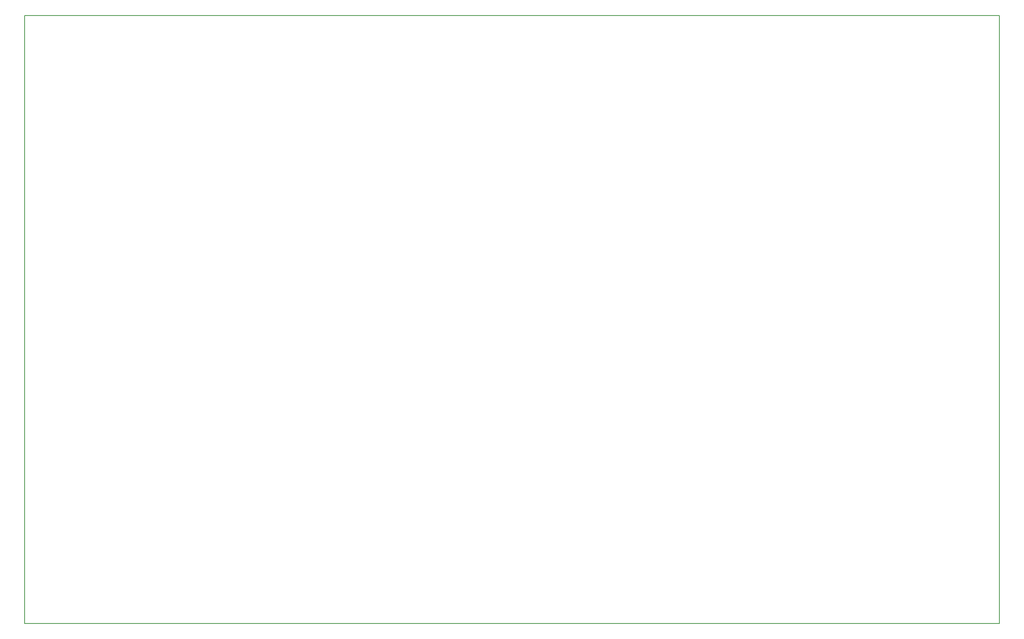
<source format=gm1>
G04 #@! TF.GenerationSoftware,KiCad,Pcbnew,(5.0.0-rc2-35-gda6600525)*
G04 #@! TF.CreationDate,2018-07-07T21:23:26-07:00*
G04 #@! TF.ProjectId,register-motherboard,72656769737465722D6D6F7468657262,rev?*
G04 #@! TF.SameCoordinates,Original*
G04 #@! TF.FileFunction,Profile,NP*
%FSLAX46Y46*%
G04 Gerber Fmt 4.6, Leading zero omitted, Abs format (unit mm)*
G04 Created by KiCad (PCBNEW (5.0.0-rc2-35-gda6600525)) date 07/07/18 21:23:26*
%MOMM*%
%LPD*%
G01*
G04 APERTURE LIST*
%ADD10C,0.150000*%
G04 APERTURE END LIST*
D10*
X43000000Y-174000000D02*
X43000000Y-38000000D01*
X261000000Y-174000000D02*
X43000000Y-174000000D01*
X261000000Y-38000000D02*
X261000000Y-174000000D01*
X43000000Y-38000000D02*
X261000000Y-38000000D01*
M02*

</source>
